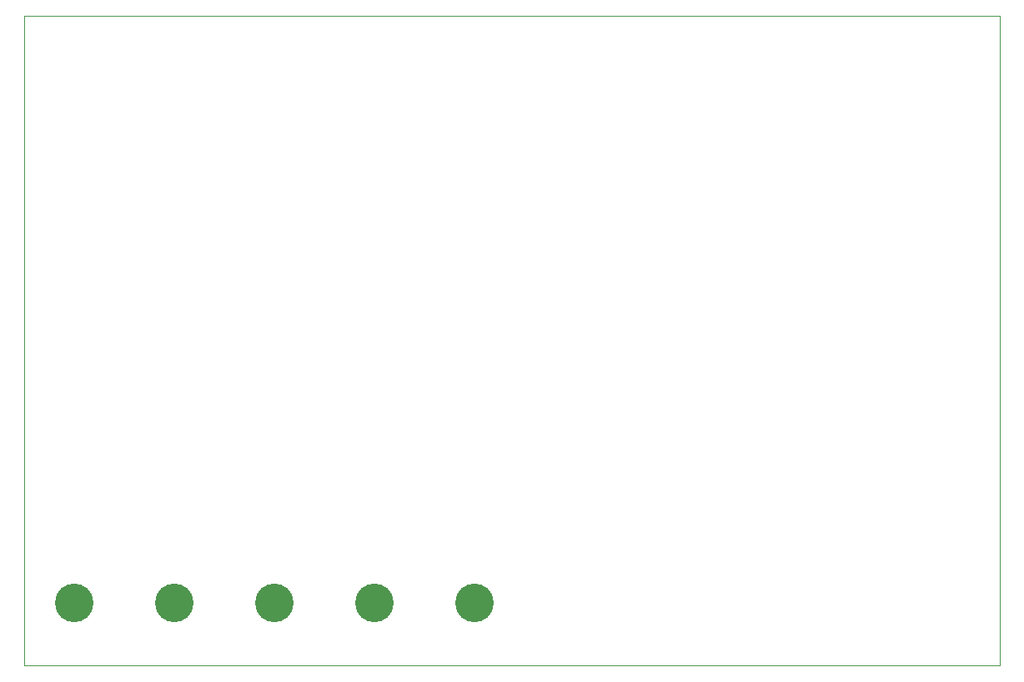
<source format=gbs>
G75*
%MOIN*%
%OFA0B0*%
%FSLAX24Y24*%
%IPPOS*%
%LPD*%
%AMOC8*
5,1,8,0,0,1.08239X$1,22.5*
%
%ADD10C,0.0000*%
%ADD11C,0.1540*%
D10*
X000680Y000705D02*
X039680Y000705D01*
X039680Y026705D01*
X000680Y026705D01*
X000680Y026701D02*
X000680Y000705D01*
D11*
X002680Y003205D03*
X006680Y003205D03*
X010680Y003205D03*
X014680Y003205D03*
X018680Y003205D03*
M02*

</source>
